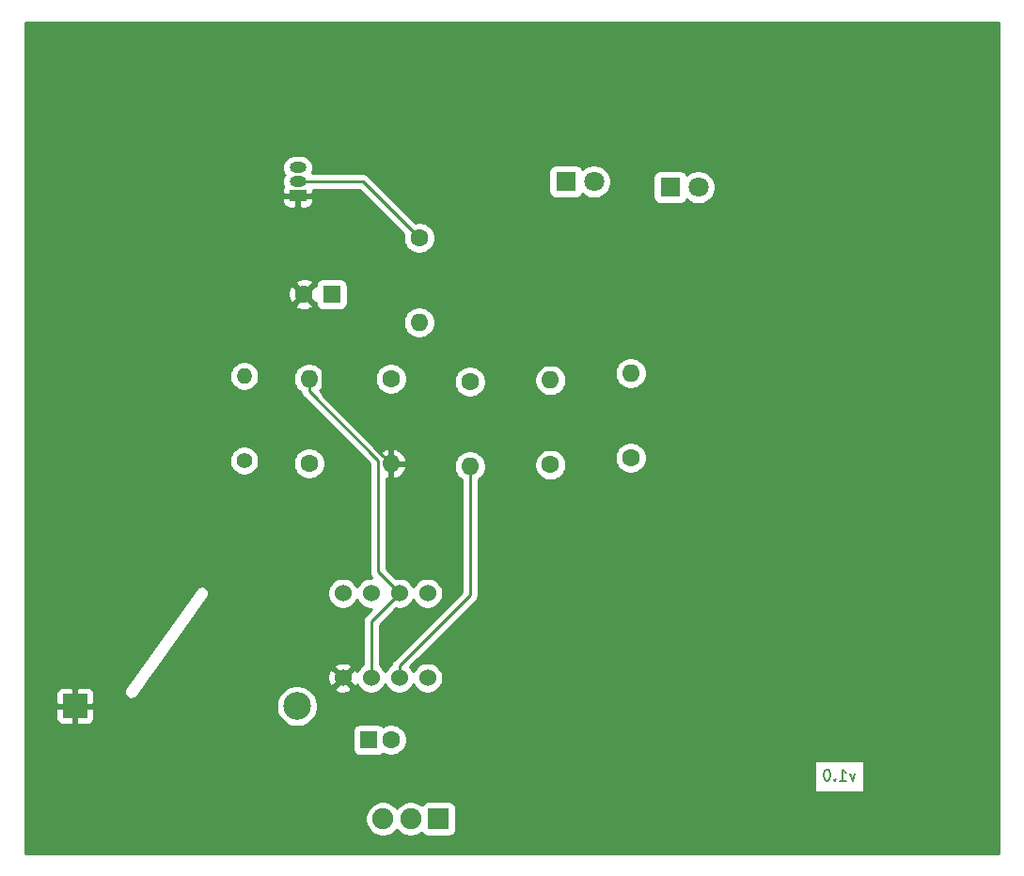
<source format=gbl>
G04 #@! TF.GenerationSoftware,KiCad,Pcbnew,(5.1.5)-3*
G04 #@! TF.CreationDate,2019-12-18T19:33:25+05:30*
G04 #@! TF.ProjectId,555_Badge,3535355f-4261-4646-9765-2e6b69636164,v01*
G04 #@! TF.SameCoordinates,Original*
G04 #@! TF.FileFunction,Copper,L2,Bot*
G04 #@! TF.FilePolarity,Positive*
%FSLAX46Y46*%
G04 Gerber Fmt 4.6, Leading zero omitted, Abs format (unit mm)*
G04 Created by KiCad (PCBNEW (5.1.5)-3) date 2019-12-18 19:33:25*
%MOMM*%
%LPD*%
G04 APERTURE LIST*
%ADD10C,0.150000*%
%ADD11R,2.170000X2.170000*%
%ADD12C,2.500000*%
%ADD13R,1.600000X1.600000*%
%ADD14C,1.600000*%
%ADD15R,1.800000X1.800000*%
%ADD16C,1.800000*%
%ADD17R,1.500000X1.000000*%
%ADD18O,1.500000X1.000000*%
%ADD19C,1.400000*%
%ADD20O,1.400000X1.400000*%
%ADD21O,1.600000X1.600000*%
%ADD22R,1.900000X1.900000*%
%ADD23C,1.900000*%
%ADD24C,1.524000*%
%ADD25C,0.250000*%
%ADD26C,0.254000*%
G04 APERTURE END LIST*
D10*
X113428571Y-131785714D02*
X113190476Y-132452380D01*
X112952380Y-131785714D01*
X112047619Y-132452380D02*
X112619047Y-132452380D01*
X112333333Y-132452380D02*
X112333333Y-131452380D01*
X112428571Y-131595238D01*
X112523809Y-131690476D01*
X112619047Y-131738095D01*
X111619047Y-132357142D02*
X111571428Y-132404761D01*
X111619047Y-132452380D01*
X111666666Y-132404761D01*
X111619047Y-132357142D01*
X111619047Y-132452380D01*
X110952380Y-131452380D02*
X110857142Y-131452380D01*
X110761904Y-131500000D01*
X110714285Y-131547619D01*
X110666666Y-131642857D01*
X110619047Y-131833333D01*
X110619047Y-132071428D01*
X110666666Y-132261904D01*
X110714285Y-132357142D01*
X110761904Y-132404761D01*
X110857142Y-132452380D01*
X110952380Y-132452380D01*
X111047619Y-132404761D01*
X111095238Y-132357142D01*
X111142857Y-132261904D01*
X111190476Y-132071428D01*
X111190476Y-131833333D01*
X111142857Y-131642857D01*
X111095238Y-131547619D01*
X111047619Y-131500000D01*
X110952380Y-131452380D01*
D11*
X43180000Y-125730000D03*
D12*
X63180000Y-125730000D03*
D13*
X69628000Y-128778000D03*
D14*
X71628000Y-128778000D03*
X63794000Y-88646000D03*
D13*
X66294000Y-88646000D03*
D15*
X96774000Y-78994000D03*
D16*
X99314000Y-78994000D03*
D15*
X87376000Y-78486000D03*
D16*
X89916000Y-78486000D03*
D17*
X63246000Y-79756000D03*
D18*
X63246000Y-77216000D03*
X63246000Y-78486000D03*
D19*
X58420000Y-103632000D03*
D20*
X58420000Y-96012000D03*
D14*
X64262000Y-103886000D03*
D21*
X64262000Y-96266000D03*
X71628000Y-103886000D03*
D14*
X71628000Y-96266000D03*
X78740000Y-96520000D03*
D21*
X78740000Y-104140000D03*
D14*
X74168000Y-83566000D03*
D21*
X74168000Y-91186000D03*
X93218000Y-95758000D03*
D14*
X93218000Y-103378000D03*
D21*
X86000000Y-96380000D03*
D14*
X86000000Y-104000000D03*
D22*
X75906000Y-135890000D03*
D23*
X73406000Y-135890000D03*
X70906000Y-135890000D03*
D24*
X67310000Y-123190000D03*
X69850000Y-123190000D03*
X72390000Y-123190000D03*
X74930000Y-123190000D03*
X74930000Y-115570000D03*
X72390000Y-115570000D03*
X69850000Y-115570000D03*
X67310000Y-115570000D03*
D25*
X70828001Y-103086001D02*
X71628000Y-103886000D01*
X65437001Y-97695001D02*
X70828001Y-103086001D01*
X65437001Y-90289001D02*
X65437001Y-97695001D01*
X63794000Y-88646000D02*
X65437001Y-90289001D01*
X71628001Y-114808001D02*
X72390000Y-115570000D01*
X70452999Y-113632999D02*
X71628001Y-114808001D01*
X70452999Y-103588369D02*
X70452999Y-113632999D01*
X64262000Y-97397370D02*
X70452999Y-103588369D01*
X64262000Y-96266000D02*
X64262000Y-97397370D01*
X69850000Y-118110000D02*
X72390000Y-115570000D01*
X69850000Y-123190000D02*
X69850000Y-118110000D01*
X69088000Y-78486000D02*
X74168000Y-83566000D01*
X63246000Y-78486000D02*
X69088000Y-78486000D01*
X78740000Y-115762370D02*
X78740000Y-105271370D01*
X72390000Y-122112370D02*
X78740000Y-115762370D01*
X78740000Y-105271370D02*
X78740000Y-104140000D01*
X72390000Y-123190000D02*
X72390000Y-122112370D01*
D26*
G36*
X126340001Y-139040000D02*
G01*
X38760000Y-139040000D01*
X38760000Y-135733891D01*
X69321000Y-135733891D01*
X69321000Y-136046109D01*
X69381911Y-136352327D01*
X69501391Y-136640779D01*
X69674850Y-136900379D01*
X69895621Y-137121150D01*
X70155221Y-137294609D01*
X70443673Y-137414089D01*
X70749891Y-137475000D01*
X71062109Y-137475000D01*
X71368327Y-137414089D01*
X71656779Y-137294609D01*
X71916379Y-137121150D01*
X72137150Y-136900379D01*
X72156000Y-136872168D01*
X72174850Y-136900379D01*
X72395621Y-137121150D01*
X72655221Y-137294609D01*
X72943673Y-137414089D01*
X73249891Y-137475000D01*
X73562109Y-137475000D01*
X73868327Y-137414089D01*
X74156779Y-137294609D01*
X74394186Y-137135979D01*
X74425463Y-137194494D01*
X74504815Y-137291185D01*
X74601506Y-137370537D01*
X74711820Y-137429502D01*
X74831518Y-137465812D01*
X74956000Y-137478072D01*
X76856000Y-137478072D01*
X76980482Y-137465812D01*
X77100180Y-137429502D01*
X77210494Y-137370537D01*
X77307185Y-137291185D01*
X77386537Y-137194494D01*
X77445502Y-137084180D01*
X77481812Y-136964482D01*
X77494072Y-136840000D01*
X77494072Y-134940000D01*
X77481812Y-134815518D01*
X77445502Y-134695820D01*
X77386537Y-134585506D01*
X77307185Y-134488815D01*
X77210494Y-134409463D01*
X77100180Y-134350498D01*
X76980482Y-134314188D01*
X76856000Y-134301928D01*
X74956000Y-134301928D01*
X74831518Y-134314188D01*
X74711820Y-134350498D01*
X74601506Y-134409463D01*
X74504815Y-134488815D01*
X74425463Y-134585506D01*
X74394186Y-134644021D01*
X74156779Y-134485391D01*
X73868327Y-134365911D01*
X73562109Y-134305000D01*
X73249891Y-134305000D01*
X72943673Y-134365911D01*
X72655221Y-134485391D01*
X72395621Y-134658850D01*
X72174850Y-134879621D01*
X72156000Y-134907832D01*
X72137150Y-134879621D01*
X71916379Y-134658850D01*
X71656779Y-134485391D01*
X71368327Y-134365911D01*
X71062109Y-134305000D01*
X70749891Y-134305000D01*
X70443673Y-134365911D01*
X70155221Y-134485391D01*
X69895621Y-134658850D01*
X69674850Y-134879621D01*
X69501391Y-135139221D01*
X69381911Y-135427673D01*
X69321000Y-135733891D01*
X38760000Y-135733891D01*
X38760000Y-130607500D01*
X109718572Y-130607500D01*
X109718572Y-133527500D01*
X114281429Y-133527500D01*
X114281429Y-130607500D01*
X109718572Y-130607500D01*
X38760000Y-130607500D01*
X38760000Y-127978000D01*
X68189928Y-127978000D01*
X68189928Y-129578000D01*
X68202188Y-129702482D01*
X68238498Y-129822180D01*
X68297463Y-129932494D01*
X68376815Y-130029185D01*
X68473506Y-130108537D01*
X68583820Y-130167502D01*
X68703518Y-130203812D01*
X68828000Y-130216072D01*
X70428000Y-130216072D01*
X70552482Y-130203812D01*
X70672180Y-130167502D01*
X70782494Y-130108537D01*
X70879185Y-130029185D01*
X70892790Y-130012607D01*
X70948273Y-130049680D01*
X71209426Y-130157853D01*
X71486665Y-130213000D01*
X71769335Y-130213000D01*
X72046574Y-130157853D01*
X72307727Y-130049680D01*
X72542759Y-129892637D01*
X72742637Y-129692759D01*
X72899680Y-129457727D01*
X73007853Y-129196574D01*
X73063000Y-128919335D01*
X73063000Y-128636665D01*
X73007853Y-128359426D01*
X72899680Y-128098273D01*
X72742637Y-127863241D01*
X72542759Y-127663363D01*
X72307727Y-127506320D01*
X72046574Y-127398147D01*
X71769335Y-127343000D01*
X71486665Y-127343000D01*
X71209426Y-127398147D01*
X70948273Y-127506320D01*
X70892790Y-127543393D01*
X70879185Y-127526815D01*
X70782494Y-127447463D01*
X70672180Y-127388498D01*
X70552482Y-127352188D01*
X70428000Y-127339928D01*
X68828000Y-127339928D01*
X68703518Y-127352188D01*
X68583820Y-127388498D01*
X68473506Y-127447463D01*
X68376815Y-127526815D01*
X68297463Y-127623506D01*
X68238498Y-127733820D01*
X68202188Y-127853518D01*
X68189928Y-127978000D01*
X38760000Y-127978000D01*
X38760000Y-126815000D01*
X41456928Y-126815000D01*
X41469188Y-126939482D01*
X41505498Y-127059180D01*
X41564463Y-127169494D01*
X41643815Y-127266185D01*
X41740506Y-127345537D01*
X41850820Y-127404502D01*
X41970518Y-127440812D01*
X42095000Y-127453072D01*
X42894250Y-127450000D01*
X43053000Y-127291250D01*
X43053000Y-125857000D01*
X43307000Y-125857000D01*
X43307000Y-127291250D01*
X43465750Y-127450000D01*
X44265000Y-127453072D01*
X44389482Y-127440812D01*
X44509180Y-127404502D01*
X44619494Y-127345537D01*
X44716185Y-127266185D01*
X44795537Y-127169494D01*
X44854502Y-127059180D01*
X44890812Y-126939482D01*
X44903072Y-126815000D01*
X44900000Y-126015750D01*
X44741250Y-125857000D01*
X43307000Y-125857000D01*
X43053000Y-125857000D01*
X41618750Y-125857000D01*
X41460000Y-126015750D01*
X41456928Y-126815000D01*
X38760000Y-126815000D01*
X38760000Y-124645000D01*
X41456928Y-124645000D01*
X41460000Y-125444250D01*
X41618750Y-125603000D01*
X43053000Y-125603000D01*
X43053000Y-124168750D01*
X43307000Y-124168750D01*
X43307000Y-125603000D01*
X44741250Y-125603000D01*
X44799906Y-125544344D01*
X61295000Y-125544344D01*
X61295000Y-125915656D01*
X61367439Y-126279834D01*
X61509534Y-126622882D01*
X61715825Y-126931618D01*
X61978382Y-127194175D01*
X62287118Y-127400466D01*
X62630166Y-127542561D01*
X62994344Y-127615000D01*
X63365656Y-127615000D01*
X63729834Y-127542561D01*
X64072882Y-127400466D01*
X64381618Y-127194175D01*
X64644175Y-126931618D01*
X64850466Y-126622882D01*
X64992561Y-126279834D01*
X65065000Y-125915656D01*
X65065000Y-125544344D01*
X64992561Y-125180166D01*
X64850466Y-124837118D01*
X64644175Y-124528382D01*
X64381618Y-124265825D01*
X64216603Y-124155565D01*
X66524040Y-124155565D01*
X66591020Y-124395656D01*
X66840048Y-124512756D01*
X67107135Y-124579023D01*
X67382017Y-124591910D01*
X67654133Y-124550922D01*
X67913023Y-124457636D01*
X68028980Y-124395656D01*
X68095960Y-124155565D01*
X67310000Y-123369605D01*
X66524040Y-124155565D01*
X64216603Y-124155565D01*
X64072882Y-124059534D01*
X63729834Y-123917439D01*
X63365656Y-123845000D01*
X62994344Y-123845000D01*
X62630166Y-123917439D01*
X62287118Y-124059534D01*
X61978382Y-124265825D01*
X61715825Y-124528382D01*
X61509534Y-124837118D01*
X61367439Y-125180166D01*
X61295000Y-125544344D01*
X44799906Y-125544344D01*
X44900000Y-125444250D01*
X44903072Y-124645000D01*
X44890812Y-124520518D01*
X44866179Y-124439311D01*
X47597130Y-124439311D01*
X47605831Y-124569028D01*
X47639671Y-124694555D01*
X47697350Y-124811068D01*
X47776651Y-124914090D01*
X47874527Y-124999662D01*
X47987217Y-125064495D01*
X48110390Y-125106096D01*
X48239311Y-125122870D01*
X48369028Y-125114169D01*
X48494555Y-125080329D01*
X48611068Y-125022650D01*
X48714090Y-124943349D01*
X48778220Y-124869997D01*
X49926777Y-123262017D01*
X65908090Y-123262017D01*
X65949078Y-123534133D01*
X66042364Y-123793023D01*
X66104344Y-123908980D01*
X66344435Y-123975960D01*
X67130395Y-123190000D01*
X66344435Y-122404040D01*
X66104344Y-122471020D01*
X65987244Y-122720048D01*
X65920977Y-122987135D01*
X65908090Y-123262017D01*
X49926777Y-123262017D01*
X50667907Y-122224435D01*
X66524040Y-122224435D01*
X67310000Y-123010395D01*
X68095960Y-122224435D01*
X68028980Y-121984344D01*
X67779952Y-121867244D01*
X67512865Y-121800977D01*
X67237983Y-121788090D01*
X66965867Y-121829078D01*
X66706977Y-121922364D01*
X66591020Y-121984344D01*
X66524040Y-122224435D01*
X50667907Y-122224435D01*
X55165907Y-115927237D01*
X55214495Y-115842784D01*
X55256096Y-115719611D01*
X55272870Y-115590690D01*
X55264169Y-115460972D01*
X55230329Y-115335445D01*
X55172650Y-115218932D01*
X55093349Y-115115910D01*
X54995473Y-115030338D01*
X54882783Y-114965505D01*
X54759610Y-114923904D01*
X54630689Y-114907130D01*
X54500971Y-114915831D01*
X54375444Y-114949671D01*
X54258931Y-115007350D01*
X54155909Y-115086651D01*
X54091779Y-115160003D01*
X47704093Y-124102764D01*
X47655505Y-124187217D01*
X47613904Y-124310390D01*
X47597130Y-124439311D01*
X44866179Y-124439311D01*
X44854502Y-124400820D01*
X44795537Y-124290506D01*
X44716185Y-124193815D01*
X44619494Y-124114463D01*
X44509180Y-124055498D01*
X44389482Y-124019188D01*
X44265000Y-124006928D01*
X43465750Y-124010000D01*
X43307000Y-124168750D01*
X43053000Y-124168750D01*
X42894250Y-124010000D01*
X42095000Y-124006928D01*
X41970518Y-124019188D01*
X41850820Y-124055498D01*
X41740506Y-124114463D01*
X41643815Y-124193815D01*
X41564463Y-124290506D01*
X41505498Y-124400820D01*
X41469188Y-124520518D01*
X41456928Y-124645000D01*
X38760000Y-124645000D01*
X38760000Y-103500514D01*
X57085000Y-103500514D01*
X57085000Y-103763486D01*
X57136304Y-104021405D01*
X57236939Y-104264359D01*
X57383038Y-104483013D01*
X57568987Y-104668962D01*
X57787641Y-104815061D01*
X58030595Y-104915696D01*
X58288514Y-104967000D01*
X58551486Y-104967000D01*
X58809405Y-104915696D01*
X59052359Y-104815061D01*
X59271013Y-104668962D01*
X59456962Y-104483013D01*
X59603061Y-104264359D01*
X59703696Y-104021405D01*
X59755000Y-103763486D01*
X59755000Y-103744665D01*
X62827000Y-103744665D01*
X62827000Y-104027335D01*
X62882147Y-104304574D01*
X62990320Y-104565727D01*
X63147363Y-104800759D01*
X63347241Y-105000637D01*
X63582273Y-105157680D01*
X63843426Y-105265853D01*
X64120665Y-105321000D01*
X64403335Y-105321000D01*
X64680574Y-105265853D01*
X64941727Y-105157680D01*
X65176759Y-105000637D01*
X65376637Y-104800759D01*
X65533680Y-104565727D01*
X65641853Y-104304574D01*
X65697000Y-104027335D01*
X65697000Y-103744665D01*
X65641853Y-103467426D01*
X65533680Y-103206273D01*
X65376637Y-102971241D01*
X65176759Y-102771363D01*
X64941727Y-102614320D01*
X64680574Y-102506147D01*
X64403335Y-102451000D01*
X64120665Y-102451000D01*
X63843426Y-102506147D01*
X63582273Y-102614320D01*
X63347241Y-102771363D01*
X63147363Y-102971241D01*
X62990320Y-103206273D01*
X62882147Y-103467426D01*
X62827000Y-103744665D01*
X59755000Y-103744665D01*
X59755000Y-103500514D01*
X59703696Y-103242595D01*
X59603061Y-102999641D01*
X59456962Y-102780987D01*
X59271013Y-102595038D01*
X59052359Y-102448939D01*
X58809405Y-102348304D01*
X58551486Y-102297000D01*
X58288514Y-102297000D01*
X58030595Y-102348304D01*
X57787641Y-102448939D01*
X57568987Y-102595038D01*
X57383038Y-102780987D01*
X57236939Y-102999641D01*
X57136304Y-103242595D01*
X57085000Y-103500514D01*
X38760000Y-103500514D01*
X38760000Y-95880514D01*
X57085000Y-95880514D01*
X57085000Y-96143486D01*
X57136304Y-96401405D01*
X57236939Y-96644359D01*
X57383038Y-96863013D01*
X57568987Y-97048962D01*
X57787641Y-97195061D01*
X58030595Y-97295696D01*
X58288514Y-97347000D01*
X58551486Y-97347000D01*
X58809405Y-97295696D01*
X59052359Y-97195061D01*
X59271013Y-97048962D01*
X59456962Y-96863013D01*
X59603061Y-96644359D01*
X59703696Y-96401405D01*
X59755000Y-96143486D01*
X59755000Y-96124665D01*
X62827000Y-96124665D01*
X62827000Y-96407335D01*
X62882147Y-96684574D01*
X62990320Y-96945727D01*
X63147363Y-97180759D01*
X63347241Y-97380637D01*
X63507203Y-97487520D01*
X63512144Y-97537680D01*
X63512998Y-97546355D01*
X63556454Y-97689616D01*
X63627026Y-97821646D01*
X63691210Y-97899853D01*
X63722000Y-97937371D01*
X63750998Y-97961169D01*
X69692999Y-103903171D01*
X69693000Y-113595667D01*
X69689323Y-113632999D01*
X69703997Y-113781984D01*
X69747453Y-113925245D01*
X69818025Y-114057275D01*
X69855104Y-114102455D01*
X69912999Y-114173000D01*
X69712408Y-114173000D01*
X69442510Y-114226686D01*
X69188273Y-114331995D01*
X68959465Y-114484880D01*
X68764880Y-114679465D01*
X68611995Y-114908273D01*
X68580000Y-114985515D01*
X68548005Y-114908273D01*
X68395120Y-114679465D01*
X68200535Y-114484880D01*
X67971727Y-114331995D01*
X67717490Y-114226686D01*
X67447592Y-114173000D01*
X67172408Y-114173000D01*
X66902510Y-114226686D01*
X66648273Y-114331995D01*
X66419465Y-114484880D01*
X66224880Y-114679465D01*
X66071995Y-114908273D01*
X65966686Y-115162510D01*
X65913000Y-115432408D01*
X65913000Y-115707592D01*
X65966686Y-115977490D01*
X66071995Y-116231727D01*
X66224880Y-116460535D01*
X66419465Y-116655120D01*
X66648273Y-116808005D01*
X66902510Y-116913314D01*
X67172408Y-116967000D01*
X67447592Y-116967000D01*
X67717490Y-116913314D01*
X67971727Y-116808005D01*
X68200535Y-116655120D01*
X68395120Y-116460535D01*
X68548005Y-116231727D01*
X68580000Y-116154485D01*
X68611995Y-116231727D01*
X68764880Y-116460535D01*
X68959465Y-116655120D01*
X69188273Y-116808005D01*
X69442510Y-116913314D01*
X69712408Y-116967000D01*
X69918199Y-116967000D01*
X69338998Y-117546201D01*
X69310000Y-117569999D01*
X69286202Y-117598997D01*
X69286201Y-117598998D01*
X69215026Y-117685724D01*
X69144454Y-117817754D01*
X69100998Y-117961015D01*
X69086324Y-118110000D01*
X69090001Y-118147332D01*
X69090000Y-122017659D01*
X68959465Y-122104880D01*
X68764880Y-122299465D01*
X68611995Y-122528273D01*
X68582308Y-122599943D01*
X68577636Y-122586977D01*
X68515656Y-122471020D01*
X68275565Y-122404040D01*
X67489605Y-123190000D01*
X68275565Y-123975960D01*
X68515656Y-123908980D01*
X68579485Y-123773240D01*
X68611995Y-123851727D01*
X68764880Y-124080535D01*
X68959465Y-124275120D01*
X69188273Y-124428005D01*
X69442510Y-124533314D01*
X69712408Y-124587000D01*
X69987592Y-124587000D01*
X70257490Y-124533314D01*
X70511727Y-124428005D01*
X70740535Y-124275120D01*
X70935120Y-124080535D01*
X71088005Y-123851727D01*
X71120000Y-123774485D01*
X71151995Y-123851727D01*
X71304880Y-124080535D01*
X71499465Y-124275120D01*
X71728273Y-124428005D01*
X71982510Y-124533314D01*
X72252408Y-124587000D01*
X72527592Y-124587000D01*
X72797490Y-124533314D01*
X73051727Y-124428005D01*
X73280535Y-124275120D01*
X73475120Y-124080535D01*
X73628005Y-123851727D01*
X73660000Y-123774485D01*
X73691995Y-123851727D01*
X73844880Y-124080535D01*
X74039465Y-124275120D01*
X74268273Y-124428005D01*
X74522510Y-124533314D01*
X74792408Y-124587000D01*
X75067592Y-124587000D01*
X75337490Y-124533314D01*
X75591727Y-124428005D01*
X75820535Y-124275120D01*
X76015120Y-124080535D01*
X76168005Y-123851727D01*
X76273314Y-123597490D01*
X76327000Y-123327592D01*
X76327000Y-123052408D01*
X76273314Y-122782510D01*
X76168005Y-122528273D01*
X76015120Y-122299465D01*
X75820535Y-122104880D01*
X75591727Y-121951995D01*
X75337490Y-121846686D01*
X75067592Y-121793000D01*
X74792408Y-121793000D01*
X74522510Y-121846686D01*
X74268273Y-121951995D01*
X74039465Y-122104880D01*
X73844880Y-122299465D01*
X73691995Y-122528273D01*
X73660000Y-122605515D01*
X73628005Y-122528273D01*
X73475120Y-122299465D01*
X73376413Y-122200758D01*
X79251004Y-116326168D01*
X79280001Y-116302371D01*
X79337977Y-116231727D01*
X79374974Y-116186647D01*
X79445546Y-116054617D01*
X79445546Y-116054616D01*
X79489003Y-115911356D01*
X79500000Y-115799703D01*
X79500000Y-115799694D01*
X79503676Y-115762371D01*
X79500000Y-115725048D01*
X79500000Y-105358043D01*
X79654759Y-105254637D01*
X79854637Y-105054759D01*
X80011680Y-104819727D01*
X80119853Y-104558574D01*
X80175000Y-104281335D01*
X80175000Y-103998665D01*
X80147152Y-103858665D01*
X84565000Y-103858665D01*
X84565000Y-104141335D01*
X84620147Y-104418574D01*
X84728320Y-104679727D01*
X84885363Y-104914759D01*
X85085241Y-105114637D01*
X85320273Y-105271680D01*
X85581426Y-105379853D01*
X85858665Y-105435000D01*
X86141335Y-105435000D01*
X86418574Y-105379853D01*
X86679727Y-105271680D01*
X86914759Y-105114637D01*
X87114637Y-104914759D01*
X87271680Y-104679727D01*
X87379853Y-104418574D01*
X87435000Y-104141335D01*
X87435000Y-103858665D01*
X87379853Y-103581426D01*
X87271680Y-103320273D01*
X87215816Y-103236665D01*
X91783000Y-103236665D01*
X91783000Y-103519335D01*
X91838147Y-103796574D01*
X91946320Y-104057727D01*
X92103363Y-104292759D01*
X92303241Y-104492637D01*
X92538273Y-104649680D01*
X92799426Y-104757853D01*
X93076665Y-104813000D01*
X93359335Y-104813000D01*
X93636574Y-104757853D01*
X93897727Y-104649680D01*
X94132759Y-104492637D01*
X94332637Y-104292759D01*
X94489680Y-104057727D01*
X94597853Y-103796574D01*
X94653000Y-103519335D01*
X94653000Y-103236665D01*
X94597853Y-102959426D01*
X94489680Y-102698273D01*
X94332637Y-102463241D01*
X94132759Y-102263363D01*
X93897727Y-102106320D01*
X93636574Y-101998147D01*
X93359335Y-101943000D01*
X93076665Y-101943000D01*
X92799426Y-101998147D01*
X92538273Y-102106320D01*
X92303241Y-102263363D01*
X92103363Y-102463241D01*
X91946320Y-102698273D01*
X91838147Y-102959426D01*
X91783000Y-103236665D01*
X87215816Y-103236665D01*
X87114637Y-103085241D01*
X86914759Y-102885363D01*
X86679727Y-102728320D01*
X86418574Y-102620147D01*
X86141335Y-102565000D01*
X85858665Y-102565000D01*
X85581426Y-102620147D01*
X85320273Y-102728320D01*
X85085241Y-102885363D01*
X84885363Y-103085241D01*
X84728320Y-103320273D01*
X84620147Y-103581426D01*
X84565000Y-103858665D01*
X80147152Y-103858665D01*
X80119853Y-103721426D01*
X80011680Y-103460273D01*
X79854637Y-103225241D01*
X79654759Y-103025363D01*
X79419727Y-102868320D01*
X79158574Y-102760147D01*
X78881335Y-102705000D01*
X78598665Y-102705000D01*
X78321426Y-102760147D01*
X78060273Y-102868320D01*
X77825241Y-103025363D01*
X77625363Y-103225241D01*
X77468320Y-103460273D01*
X77360147Y-103721426D01*
X77305000Y-103998665D01*
X77305000Y-104281335D01*
X77360147Y-104558574D01*
X77468320Y-104819727D01*
X77625363Y-105054759D01*
X77825241Y-105254637D01*
X77980001Y-105358044D01*
X77980000Y-115447568D01*
X71878998Y-121548571D01*
X71850000Y-121572369D01*
X71826202Y-121601367D01*
X71826201Y-121601368D01*
X71755026Y-121688094D01*
X71684454Y-121820124D01*
X71640998Y-121963385D01*
X71636051Y-122013616D01*
X71499465Y-122104880D01*
X71304880Y-122299465D01*
X71151995Y-122528273D01*
X71120000Y-122605515D01*
X71088005Y-122528273D01*
X70935120Y-122299465D01*
X70740535Y-122104880D01*
X70610000Y-122017659D01*
X70610000Y-118424801D01*
X72098430Y-116936372D01*
X72252408Y-116967000D01*
X72527592Y-116967000D01*
X72797490Y-116913314D01*
X73051727Y-116808005D01*
X73280535Y-116655120D01*
X73475120Y-116460535D01*
X73628005Y-116231727D01*
X73660000Y-116154485D01*
X73691995Y-116231727D01*
X73844880Y-116460535D01*
X74039465Y-116655120D01*
X74268273Y-116808005D01*
X74522510Y-116913314D01*
X74792408Y-116967000D01*
X75067592Y-116967000D01*
X75337490Y-116913314D01*
X75591727Y-116808005D01*
X75820535Y-116655120D01*
X76015120Y-116460535D01*
X76168005Y-116231727D01*
X76273314Y-115977490D01*
X76327000Y-115707592D01*
X76327000Y-115432408D01*
X76273314Y-115162510D01*
X76168005Y-114908273D01*
X76015120Y-114679465D01*
X75820535Y-114484880D01*
X75591727Y-114331995D01*
X75337490Y-114226686D01*
X75067592Y-114173000D01*
X74792408Y-114173000D01*
X74522510Y-114226686D01*
X74268273Y-114331995D01*
X74039465Y-114484880D01*
X73844880Y-114679465D01*
X73691995Y-114908273D01*
X73660000Y-114985515D01*
X73628005Y-114908273D01*
X73475120Y-114679465D01*
X73280535Y-114484880D01*
X73051727Y-114331995D01*
X72797490Y-114226686D01*
X72527592Y-114173000D01*
X72252408Y-114173000D01*
X72098430Y-114203628D01*
X71212999Y-113318198D01*
X71212999Y-105257897D01*
X71278961Y-105277904D01*
X71501000Y-105155915D01*
X71501000Y-104013000D01*
X71755000Y-104013000D01*
X71755000Y-105155915D01*
X71977039Y-105277904D01*
X72111087Y-105237246D01*
X72365420Y-105117037D01*
X72591414Y-104949519D01*
X72780385Y-104741131D01*
X72925070Y-104499881D01*
X73019909Y-104235040D01*
X72898624Y-104013000D01*
X71755000Y-104013000D01*
X71501000Y-104013000D01*
X71481000Y-104013000D01*
X71481000Y-103759000D01*
X71501000Y-103759000D01*
X71501000Y-102616085D01*
X71755000Y-102616085D01*
X71755000Y-103759000D01*
X72898624Y-103759000D01*
X73019909Y-103536960D01*
X72925070Y-103272119D01*
X72780385Y-103030869D01*
X72591414Y-102822481D01*
X72365420Y-102654963D01*
X72111087Y-102534754D01*
X71977039Y-102494096D01*
X71755000Y-102616085D01*
X71501000Y-102616085D01*
X71278961Y-102494096D01*
X71144913Y-102534754D01*
X70890580Y-102654963D01*
X70720481Y-102781049D01*
X65248414Y-97308982D01*
X65376637Y-97180759D01*
X65533680Y-96945727D01*
X65641853Y-96684574D01*
X65697000Y-96407335D01*
X65697000Y-96124665D01*
X70193000Y-96124665D01*
X70193000Y-96407335D01*
X70248147Y-96684574D01*
X70356320Y-96945727D01*
X70513363Y-97180759D01*
X70713241Y-97380637D01*
X70948273Y-97537680D01*
X71209426Y-97645853D01*
X71486665Y-97701000D01*
X71769335Y-97701000D01*
X72046574Y-97645853D01*
X72307727Y-97537680D01*
X72542759Y-97380637D01*
X72742637Y-97180759D01*
X72899680Y-96945727D01*
X73007853Y-96684574D01*
X73063000Y-96407335D01*
X73063000Y-96378665D01*
X77305000Y-96378665D01*
X77305000Y-96661335D01*
X77360147Y-96938574D01*
X77468320Y-97199727D01*
X77625363Y-97434759D01*
X77825241Y-97634637D01*
X78060273Y-97791680D01*
X78321426Y-97899853D01*
X78598665Y-97955000D01*
X78881335Y-97955000D01*
X79158574Y-97899853D01*
X79419727Y-97791680D01*
X79654759Y-97634637D01*
X79854637Y-97434759D01*
X80011680Y-97199727D01*
X80119853Y-96938574D01*
X80175000Y-96661335D01*
X80175000Y-96378665D01*
X80147152Y-96238665D01*
X84565000Y-96238665D01*
X84565000Y-96521335D01*
X84620147Y-96798574D01*
X84728320Y-97059727D01*
X84885363Y-97294759D01*
X85085241Y-97494637D01*
X85320273Y-97651680D01*
X85581426Y-97759853D01*
X85858665Y-97815000D01*
X86141335Y-97815000D01*
X86418574Y-97759853D01*
X86679727Y-97651680D01*
X86914759Y-97494637D01*
X87114637Y-97294759D01*
X87271680Y-97059727D01*
X87379853Y-96798574D01*
X87435000Y-96521335D01*
X87435000Y-96238665D01*
X87379853Y-95961426D01*
X87271680Y-95700273D01*
X87215816Y-95616665D01*
X91783000Y-95616665D01*
X91783000Y-95899335D01*
X91838147Y-96176574D01*
X91946320Y-96437727D01*
X92103363Y-96672759D01*
X92303241Y-96872637D01*
X92538273Y-97029680D01*
X92799426Y-97137853D01*
X93076665Y-97193000D01*
X93359335Y-97193000D01*
X93636574Y-97137853D01*
X93897727Y-97029680D01*
X94132759Y-96872637D01*
X94332637Y-96672759D01*
X94489680Y-96437727D01*
X94597853Y-96176574D01*
X94653000Y-95899335D01*
X94653000Y-95616665D01*
X94597853Y-95339426D01*
X94489680Y-95078273D01*
X94332637Y-94843241D01*
X94132759Y-94643363D01*
X93897727Y-94486320D01*
X93636574Y-94378147D01*
X93359335Y-94323000D01*
X93076665Y-94323000D01*
X92799426Y-94378147D01*
X92538273Y-94486320D01*
X92303241Y-94643363D01*
X92103363Y-94843241D01*
X91946320Y-95078273D01*
X91838147Y-95339426D01*
X91783000Y-95616665D01*
X87215816Y-95616665D01*
X87114637Y-95465241D01*
X86914759Y-95265363D01*
X86679727Y-95108320D01*
X86418574Y-95000147D01*
X86141335Y-94945000D01*
X85858665Y-94945000D01*
X85581426Y-95000147D01*
X85320273Y-95108320D01*
X85085241Y-95265363D01*
X84885363Y-95465241D01*
X84728320Y-95700273D01*
X84620147Y-95961426D01*
X84565000Y-96238665D01*
X80147152Y-96238665D01*
X80119853Y-96101426D01*
X80011680Y-95840273D01*
X79854637Y-95605241D01*
X79654759Y-95405363D01*
X79419727Y-95248320D01*
X79158574Y-95140147D01*
X78881335Y-95085000D01*
X78598665Y-95085000D01*
X78321426Y-95140147D01*
X78060273Y-95248320D01*
X77825241Y-95405363D01*
X77625363Y-95605241D01*
X77468320Y-95840273D01*
X77360147Y-96101426D01*
X77305000Y-96378665D01*
X73063000Y-96378665D01*
X73063000Y-96124665D01*
X73007853Y-95847426D01*
X72899680Y-95586273D01*
X72742637Y-95351241D01*
X72542759Y-95151363D01*
X72307727Y-94994320D01*
X72046574Y-94886147D01*
X71769335Y-94831000D01*
X71486665Y-94831000D01*
X71209426Y-94886147D01*
X70948273Y-94994320D01*
X70713241Y-95151363D01*
X70513363Y-95351241D01*
X70356320Y-95586273D01*
X70248147Y-95847426D01*
X70193000Y-96124665D01*
X65697000Y-96124665D01*
X65641853Y-95847426D01*
X65533680Y-95586273D01*
X65376637Y-95351241D01*
X65176759Y-95151363D01*
X64941727Y-94994320D01*
X64680574Y-94886147D01*
X64403335Y-94831000D01*
X64120665Y-94831000D01*
X63843426Y-94886147D01*
X63582273Y-94994320D01*
X63347241Y-95151363D01*
X63147363Y-95351241D01*
X62990320Y-95586273D01*
X62882147Y-95847426D01*
X62827000Y-96124665D01*
X59755000Y-96124665D01*
X59755000Y-95880514D01*
X59703696Y-95622595D01*
X59603061Y-95379641D01*
X59456962Y-95160987D01*
X59271013Y-94975038D01*
X59052359Y-94828939D01*
X58809405Y-94728304D01*
X58551486Y-94677000D01*
X58288514Y-94677000D01*
X58030595Y-94728304D01*
X57787641Y-94828939D01*
X57568987Y-94975038D01*
X57383038Y-95160987D01*
X57236939Y-95379641D01*
X57136304Y-95622595D01*
X57085000Y-95880514D01*
X38760000Y-95880514D01*
X38760000Y-91044665D01*
X72733000Y-91044665D01*
X72733000Y-91327335D01*
X72788147Y-91604574D01*
X72896320Y-91865727D01*
X73053363Y-92100759D01*
X73253241Y-92300637D01*
X73488273Y-92457680D01*
X73749426Y-92565853D01*
X74026665Y-92621000D01*
X74309335Y-92621000D01*
X74586574Y-92565853D01*
X74847727Y-92457680D01*
X75082759Y-92300637D01*
X75282637Y-92100759D01*
X75439680Y-91865727D01*
X75547853Y-91604574D01*
X75603000Y-91327335D01*
X75603000Y-91044665D01*
X75547853Y-90767426D01*
X75439680Y-90506273D01*
X75282637Y-90271241D01*
X75082759Y-90071363D01*
X74847727Y-89914320D01*
X74586574Y-89806147D01*
X74309335Y-89751000D01*
X74026665Y-89751000D01*
X73749426Y-89806147D01*
X73488273Y-89914320D01*
X73253241Y-90071363D01*
X73053363Y-90271241D01*
X72896320Y-90506273D01*
X72788147Y-90767426D01*
X72733000Y-91044665D01*
X38760000Y-91044665D01*
X38760000Y-89638702D01*
X62980903Y-89638702D01*
X63052486Y-89882671D01*
X63307996Y-90003571D01*
X63582184Y-90072300D01*
X63864512Y-90086217D01*
X64144130Y-90044787D01*
X64410292Y-89949603D01*
X64535514Y-89882671D01*
X64607097Y-89638702D01*
X63794000Y-88825605D01*
X62980903Y-89638702D01*
X38760000Y-89638702D01*
X38760000Y-88716512D01*
X62353783Y-88716512D01*
X62395213Y-88996130D01*
X62490397Y-89262292D01*
X62557329Y-89387514D01*
X62801298Y-89459097D01*
X63614395Y-88646000D01*
X63973605Y-88646000D01*
X64786702Y-89459097D01*
X64855928Y-89438785D01*
X64855928Y-89446000D01*
X64868188Y-89570482D01*
X64904498Y-89690180D01*
X64963463Y-89800494D01*
X65042815Y-89897185D01*
X65139506Y-89976537D01*
X65249820Y-90035502D01*
X65369518Y-90071812D01*
X65494000Y-90084072D01*
X67094000Y-90084072D01*
X67218482Y-90071812D01*
X67338180Y-90035502D01*
X67448494Y-89976537D01*
X67545185Y-89897185D01*
X67624537Y-89800494D01*
X67683502Y-89690180D01*
X67719812Y-89570482D01*
X67732072Y-89446000D01*
X67732072Y-87846000D01*
X67719812Y-87721518D01*
X67683502Y-87601820D01*
X67624537Y-87491506D01*
X67545185Y-87394815D01*
X67448494Y-87315463D01*
X67338180Y-87256498D01*
X67218482Y-87220188D01*
X67094000Y-87207928D01*
X65494000Y-87207928D01*
X65369518Y-87220188D01*
X65249820Y-87256498D01*
X65139506Y-87315463D01*
X65042815Y-87394815D01*
X64963463Y-87491506D01*
X64904498Y-87601820D01*
X64868188Y-87721518D01*
X64855928Y-87846000D01*
X64855928Y-87853215D01*
X64786702Y-87832903D01*
X63973605Y-88646000D01*
X63614395Y-88646000D01*
X62801298Y-87832903D01*
X62557329Y-87904486D01*
X62436429Y-88159996D01*
X62367700Y-88434184D01*
X62353783Y-88716512D01*
X38760000Y-88716512D01*
X38760000Y-87653298D01*
X62980903Y-87653298D01*
X63794000Y-88466395D01*
X64607097Y-87653298D01*
X64535514Y-87409329D01*
X64280004Y-87288429D01*
X64005816Y-87219700D01*
X63723488Y-87205783D01*
X63443870Y-87247213D01*
X63177708Y-87342397D01*
X63052486Y-87409329D01*
X62980903Y-87653298D01*
X38760000Y-87653298D01*
X38760000Y-80256000D01*
X61857928Y-80256000D01*
X61870188Y-80380482D01*
X61906498Y-80500180D01*
X61965463Y-80610494D01*
X62044815Y-80707185D01*
X62141506Y-80786537D01*
X62251820Y-80845502D01*
X62371518Y-80881812D01*
X62496000Y-80894072D01*
X62960250Y-80891000D01*
X63119000Y-80732250D01*
X63119000Y-79883000D01*
X63373000Y-79883000D01*
X63373000Y-80732250D01*
X63531750Y-80891000D01*
X63996000Y-80894072D01*
X64120482Y-80881812D01*
X64240180Y-80845502D01*
X64350494Y-80786537D01*
X64447185Y-80707185D01*
X64526537Y-80610494D01*
X64585502Y-80500180D01*
X64621812Y-80380482D01*
X64634072Y-80256000D01*
X64631000Y-80041750D01*
X64472250Y-79883000D01*
X63373000Y-79883000D01*
X63119000Y-79883000D01*
X62019750Y-79883000D01*
X61861000Y-80041750D01*
X61857928Y-80256000D01*
X38760000Y-80256000D01*
X38760000Y-77216000D01*
X61855509Y-77216000D01*
X61877423Y-77438499D01*
X61942324Y-77652447D01*
X62047716Y-77849623D01*
X62048846Y-77851000D01*
X62047716Y-77852377D01*
X61942324Y-78049553D01*
X61877423Y-78263501D01*
X61855509Y-78486000D01*
X61877423Y-78708499D01*
X61942324Y-78922447D01*
X61948297Y-78933621D01*
X61906498Y-79011820D01*
X61870188Y-79131518D01*
X61857928Y-79256000D01*
X61861000Y-79470250D01*
X62019750Y-79629000D01*
X63119000Y-79629000D01*
X63119000Y-79621000D01*
X63373000Y-79621000D01*
X63373000Y-79629000D01*
X64472250Y-79629000D01*
X64631000Y-79470250D01*
X64634072Y-79256000D01*
X64633087Y-79246000D01*
X68773199Y-79246000D01*
X72769312Y-83242114D01*
X72733000Y-83424665D01*
X72733000Y-83707335D01*
X72788147Y-83984574D01*
X72896320Y-84245727D01*
X73053363Y-84480759D01*
X73253241Y-84680637D01*
X73488273Y-84837680D01*
X73749426Y-84945853D01*
X74026665Y-85001000D01*
X74309335Y-85001000D01*
X74586574Y-84945853D01*
X74847727Y-84837680D01*
X75082759Y-84680637D01*
X75282637Y-84480759D01*
X75439680Y-84245727D01*
X75547853Y-83984574D01*
X75603000Y-83707335D01*
X75603000Y-83424665D01*
X75547853Y-83147426D01*
X75439680Y-82886273D01*
X75282637Y-82651241D01*
X75082759Y-82451363D01*
X74847727Y-82294320D01*
X74586574Y-82186147D01*
X74309335Y-82131000D01*
X74026665Y-82131000D01*
X73844114Y-82167312D01*
X69651804Y-77975003D01*
X69628001Y-77945999D01*
X69512276Y-77851026D01*
X69380247Y-77780454D01*
X69236986Y-77736997D01*
X69125333Y-77726000D01*
X69125322Y-77726000D01*
X69088000Y-77722324D01*
X69050678Y-77726000D01*
X64510361Y-77726000D01*
X64549676Y-77652447D01*
X64569832Y-77586000D01*
X85837928Y-77586000D01*
X85837928Y-79386000D01*
X85850188Y-79510482D01*
X85886498Y-79630180D01*
X85945463Y-79740494D01*
X86024815Y-79837185D01*
X86121506Y-79916537D01*
X86231820Y-79975502D01*
X86351518Y-80011812D01*
X86476000Y-80024072D01*
X88276000Y-80024072D01*
X88400482Y-80011812D01*
X88520180Y-79975502D01*
X88630494Y-79916537D01*
X88727185Y-79837185D01*
X88806537Y-79740494D01*
X88865502Y-79630180D01*
X88871056Y-79611873D01*
X88937495Y-79678312D01*
X89188905Y-79846299D01*
X89468257Y-79962011D01*
X89764816Y-80021000D01*
X90067184Y-80021000D01*
X90363743Y-79962011D01*
X90643095Y-79846299D01*
X90894505Y-79678312D01*
X91108312Y-79464505D01*
X91276299Y-79213095D01*
X91392011Y-78933743D01*
X91451000Y-78637184D01*
X91451000Y-78334816D01*
X91403099Y-78094000D01*
X95235928Y-78094000D01*
X95235928Y-79894000D01*
X95248188Y-80018482D01*
X95284498Y-80138180D01*
X95343463Y-80248494D01*
X95422815Y-80345185D01*
X95519506Y-80424537D01*
X95629820Y-80483502D01*
X95749518Y-80519812D01*
X95874000Y-80532072D01*
X97674000Y-80532072D01*
X97798482Y-80519812D01*
X97918180Y-80483502D01*
X98028494Y-80424537D01*
X98125185Y-80345185D01*
X98204537Y-80248494D01*
X98263502Y-80138180D01*
X98269056Y-80119873D01*
X98335495Y-80186312D01*
X98586905Y-80354299D01*
X98866257Y-80470011D01*
X99162816Y-80529000D01*
X99465184Y-80529000D01*
X99761743Y-80470011D01*
X100041095Y-80354299D01*
X100292505Y-80186312D01*
X100506312Y-79972505D01*
X100674299Y-79721095D01*
X100790011Y-79441743D01*
X100849000Y-79145184D01*
X100849000Y-78842816D01*
X100790011Y-78546257D01*
X100674299Y-78266905D01*
X100506312Y-78015495D01*
X100292505Y-77801688D01*
X100041095Y-77633701D01*
X99761743Y-77517989D01*
X99465184Y-77459000D01*
X99162816Y-77459000D01*
X98866257Y-77517989D01*
X98586905Y-77633701D01*
X98335495Y-77801688D01*
X98269056Y-77868127D01*
X98263502Y-77849820D01*
X98204537Y-77739506D01*
X98125185Y-77642815D01*
X98028494Y-77563463D01*
X97918180Y-77504498D01*
X97798482Y-77468188D01*
X97674000Y-77455928D01*
X95874000Y-77455928D01*
X95749518Y-77468188D01*
X95629820Y-77504498D01*
X95519506Y-77563463D01*
X95422815Y-77642815D01*
X95343463Y-77739506D01*
X95284498Y-77849820D01*
X95248188Y-77969518D01*
X95235928Y-78094000D01*
X91403099Y-78094000D01*
X91392011Y-78038257D01*
X91276299Y-77758905D01*
X91108312Y-77507495D01*
X90894505Y-77293688D01*
X90643095Y-77125701D01*
X90363743Y-77009989D01*
X90067184Y-76951000D01*
X89764816Y-76951000D01*
X89468257Y-77009989D01*
X89188905Y-77125701D01*
X88937495Y-77293688D01*
X88871056Y-77360127D01*
X88865502Y-77341820D01*
X88806537Y-77231506D01*
X88727185Y-77134815D01*
X88630494Y-77055463D01*
X88520180Y-76996498D01*
X88400482Y-76960188D01*
X88276000Y-76947928D01*
X86476000Y-76947928D01*
X86351518Y-76960188D01*
X86231820Y-76996498D01*
X86121506Y-77055463D01*
X86024815Y-77134815D01*
X85945463Y-77231506D01*
X85886498Y-77341820D01*
X85850188Y-77461518D01*
X85837928Y-77586000D01*
X64569832Y-77586000D01*
X64614577Y-77438499D01*
X64636491Y-77216000D01*
X64614577Y-76993501D01*
X64549676Y-76779553D01*
X64444284Y-76582377D01*
X64302449Y-76409551D01*
X64129623Y-76267716D01*
X63932447Y-76162324D01*
X63718499Y-76097423D01*
X63551752Y-76081000D01*
X62940248Y-76081000D01*
X62773501Y-76097423D01*
X62559553Y-76162324D01*
X62362377Y-76267716D01*
X62189551Y-76409551D01*
X62047716Y-76582377D01*
X61942324Y-76779553D01*
X61877423Y-76993501D01*
X61855509Y-77216000D01*
X38760000Y-77216000D01*
X38760000Y-64160000D01*
X126340000Y-64160000D01*
X126340001Y-139040000D01*
G37*
X126340001Y-139040000D02*
X38760000Y-139040000D01*
X38760000Y-135733891D01*
X69321000Y-135733891D01*
X69321000Y-136046109D01*
X69381911Y-136352327D01*
X69501391Y-136640779D01*
X69674850Y-136900379D01*
X69895621Y-137121150D01*
X70155221Y-137294609D01*
X70443673Y-137414089D01*
X70749891Y-137475000D01*
X71062109Y-137475000D01*
X71368327Y-137414089D01*
X71656779Y-137294609D01*
X71916379Y-137121150D01*
X72137150Y-136900379D01*
X72156000Y-136872168D01*
X72174850Y-136900379D01*
X72395621Y-137121150D01*
X72655221Y-137294609D01*
X72943673Y-137414089D01*
X73249891Y-137475000D01*
X73562109Y-137475000D01*
X73868327Y-137414089D01*
X74156779Y-137294609D01*
X74394186Y-137135979D01*
X74425463Y-137194494D01*
X74504815Y-137291185D01*
X74601506Y-137370537D01*
X74711820Y-137429502D01*
X74831518Y-137465812D01*
X74956000Y-137478072D01*
X76856000Y-137478072D01*
X76980482Y-137465812D01*
X77100180Y-137429502D01*
X77210494Y-137370537D01*
X77307185Y-137291185D01*
X77386537Y-137194494D01*
X77445502Y-137084180D01*
X77481812Y-136964482D01*
X77494072Y-136840000D01*
X77494072Y-134940000D01*
X77481812Y-134815518D01*
X77445502Y-134695820D01*
X77386537Y-134585506D01*
X77307185Y-134488815D01*
X77210494Y-134409463D01*
X77100180Y-134350498D01*
X76980482Y-134314188D01*
X76856000Y-134301928D01*
X74956000Y-134301928D01*
X74831518Y-134314188D01*
X74711820Y-134350498D01*
X74601506Y-134409463D01*
X74504815Y-134488815D01*
X74425463Y-134585506D01*
X74394186Y-134644021D01*
X74156779Y-134485391D01*
X73868327Y-134365911D01*
X73562109Y-134305000D01*
X73249891Y-134305000D01*
X72943673Y-134365911D01*
X72655221Y-134485391D01*
X72395621Y-134658850D01*
X72174850Y-134879621D01*
X72156000Y-134907832D01*
X72137150Y-134879621D01*
X71916379Y-134658850D01*
X71656779Y-134485391D01*
X71368327Y-134365911D01*
X71062109Y-134305000D01*
X70749891Y-134305000D01*
X70443673Y-134365911D01*
X70155221Y-134485391D01*
X69895621Y-134658850D01*
X69674850Y-134879621D01*
X69501391Y-135139221D01*
X69381911Y-135427673D01*
X69321000Y-135733891D01*
X38760000Y-135733891D01*
X38760000Y-130607500D01*
X109718572Y-130607500D01*
X109718572Y-133527500D01*
X114281429Y-133527500D01*
X114281429Y-130607500D01*
X109718572Y-130607500D01*
X38760000Y-130607500D01*
X38760000Y-127978000D01*
X68189928Y-127978000D01*
X68189928Y-129578000D01*
X68202188Y-129702482D01*
X68238498Y-129822180D01*
X68297463Y-129932494D01*
X68376815Y-130029185D01*
X68473506Y-130108537D01*
X68583820Y-130167502D01*
X68703518Y-130203812D01*
X68828000Y-130216072D01*
X70428000Y-130216072D01*
X70552482Y-130203812D01*
X70672180Y-130167502D01*
X70782494Y-130108537D01*
X70879185Y-130029185D01*
X70892790Y-130012607D01*
X70948273Y-130049680D01*
X71209426Y-130157853D01*
X71486665Y-130213000D01*
X71769335Y-130213000D01*
X72046574Y-130157853D01*
X72307727Y-130049680D01*
X72542759Y-129892637D01*
X72742637Y-129692759D01*
X72899680Y-129457727D01*
X73007853Y-129196574D01*
X73063000Y-128919335D01*
X73063000Y-128636665D01*
X73007853Y-128359426D01*
X72899680Y-128098273D01*
X72742637Y-127863241D01*
X72542759Y-127663363D01*
X72307727Y-127506320D01*
X72046574Y-127398147D01*
X71769335Y-127343000D01*
X71486665Y-127343000D01*
X71209426Y-127398147D01*
X70948273Y-127506320D01*
X70892790Y-127543393D01*
X70879185Y-127526815D01*
X70782494Y-127447463D01*
X70672180Y-127388498D01*
X70552482Y-127352188D01*
X70428000Y-127339928D01*
X68828000Y-127339928D01*
X68703518Y-127352188D01*
X68583820Y-127388498D01*
X68473506Y-127447463D01*
X68376815Y-127526815D01*
X68297463Y-127623506D01*
X68238498Y-127733820D01*
X68202188Y-127853518D01*
X68189928Y-127978000D01*
X38760000Y-127978000D01*
X38760000Y-126815000D01*
X41456928Y-126815000D01*
X41469188Y-126939482D01*
X41505498Y-127059180D01*
X41564463Y-127169494D01*
X41643815Y-127266185D01*
X41740506Y-127345537D01*
X41850820Y-127404502D01*
X41970518Y-127440812D01*
X42095000Y-127453072D01*
X42894250Y-127450000D01*
X43053000Y-127291250D01*
X43053000Y-125857000D01*
X43307000Y-125857000D01*
X43307000Y-127291250D01*
X43465750Y-127450000D01*
X44265000Y-127453072D01*
X44389482Y-127440812D01*
X44509180Y-127404502D01*
X44619494Y-127345537D01*
X44716185Y-127266185D01*
X44795537Y-127169494D01*
X44854502Y-127059180D01*
X44890812Y-126939482D01*
X44903072Y-126815000D01*
X44900000Y-126015750D01*
X44741250Y-125857000D01*
X43307000Y-125857000D01*
X43053000Y-125857000D01*
X41618750Y-125857000D01*
X41460000Y-126015750D01*
X41456928Y-126815000D01*
X38760000Y-126815000D01*
X38760000Y-124645000D01*
X41456928Y-124645000D01*
X41460000Y-125444250D01*
X41618750Y-125603000D01*
X43053000Y-125603000D01*
X43053000Y-124168750D01*
X43307000Y-124168750D01*
X43307000Y-125603000D01*
X44741250Y-125603000D01*
X44799906Y-125544344D01*
X61295000Y-125544344D01*
X61295000Y-125915656D01*
X61367439Y-126279834D01*
X61509534Y-126622882D01*
X61715825Y-126931618D01*
X61978382Y-127194175D01*
X62287118Y-127400466D01*
X62630166Y-127542561D01*
X62994344Y-127615000D01*
X63365656Y-127615000D01*
X63729834Y-127542561D01*
X64072882Y-127400466D01*
X64381618Y-127194175D01*
X64644175Y-126931618D01*
X64850466Y-126622882D01*
X64992561Y-126279834D01*
X65065000Y-125915656D01*
X65065000Y-125544344D01*
X64992561Y-125180166D01*
X64850466Y-124837118D01*
X64644175Y-124528382D01*
X64381618Y-124265825D01*
X64216603Y-124155565D01*
X66524040Y-124155565D01*
X66591020Y-124395656D01*
X66840048Y-124512756D01*
X67107135Y-124579023D01*
X67382017Y-124591910D01*
X67654133Y-124550922D01*
X67913023Y-124457636D01*
X68028980Y-124395656D01*
X68095960Y-124155565D01*
X67310000Y-123369605D01*
X66524040Y-124155565D01*
X64216603Y-124155565D01*
X64072882Y-124059534D01*
X63729834Y-123917439D01*
X63365656Y-123845000D01*
X62994344Y-123845000D01*
X62630166Y-123917439D01*
X62287118Y-124059534D01*
X61978382Y-124265825D01*
X61715825Y-124528382D01*
X61509534Y-124837118D01*
X61367439Y-125180166D01*
X61295000Y-125544344D01*
X44799906Y-125544344D01*
X44900000Y-125444250D01*
X44903072Y-124645000D01*
X44890812Y-124520518D01*
X44866179Y-124439311D01*
X47597130Y-124439311D01*
X47605831Y-124569028D01*
X47639671Y-124694555D01*
X47697350Y-124811068D01*
X47776651Y-124914090D01*
X47874527Y-124999662D01*
X47987217Y-125064495D01*
X48110390Y-125106096D01*
X48239311Y-125122870D01*
X48369028Y-125114169D01*
X48494555Y-125080329D01*
X48611068Y-125022650D01*
X48714090Y-124943349D01*
X48778220Y-124869997D01*
X49926777Y-123262017D01*
X65908090Y-123262017D01*
X65949078Y-123534133D01*
X66042364Y-123793023D01*
X66104344Y-123908980D01*
X66344435Y-123975960D01*
X67130395Y-123190000D01*
X66344435Y-122404040D01*
X66104344Y-122471020D01*
X65987244Y-122720048D01*
X65920977Y-122987135D01*
X65908090Y-123262017D01*
X49926777Y-123262017D01*
X50667907Y-122224435D01*
X66524040Y-122224435D01*
X67310000Y-123010395D01*
X68095960Y-122224435D01*
X68028980Y-121984344D01*
X67779952Y-121867244D01*
X67512865Y-121800977D01*
X67237983Y-121788090D01*
X66965867Y-121829078D01*
X66706977Y-121922364D01*
X66591020Y-121984344D01*
X66524040Y-122224435D01*
X50667907Y-122224435D01*
X55165907Y-115927237D01*
X55214495Y-115842784D01*
X55256096Y-115719611D01*
X55272870Y-115590690D01*
X55264169Y-115460972D01*
X55230329Y-115335445D01*
X55172650Y-115218932D01*
X55093349Y-115115910D01*
X54995473Y-115030338D01*
X54882783Y-114965505D01*
X54759610Y-114923904D01*
X54630689Y-114907130D01*
X54500971Y-114915831D01*
X54375444Y-114949671D01*
X54258931Y-115007350D01*
X54155909Y-115086651D01*
X54091779Y-115160003D01*
X47704093Y-124102764D01*
X47655505Y-124187217D01*
X47613904Y-124310390D01*
X47597130Y-124439311D01*
X44866179Y-124439311D01*
X44854502Y-124400820D01*
X44795537Y-124290506D01*
X44716185Y-124193815D01*
X44619494Y-124114463D01*
X44509180Y-124055498D01*
X44389482Y-124019188D01*
X44265000Y-124006928D01*
X43465750Y-124010000D01*
X43307000Y-124168750D01*
X43053000Y-124168750D01*
X42894250Y-124010000D01*
X42095000Y-124006928D01*
X41970518Y-124019188D01*
X41850820Y-124055498D01*
X41740506Y-124114463D01*
X41643815Y-124193815D01*
X41564463Y-124290506D01*
X41505498Y-124400820D01*
X41469188Y-124520518D01*
X41456928Y-124645000D01*
X38760000Y-124645000D01*
X38760000Y-103500514D01*
X57085000Y-103500514D01*
X57085000Y-103763486D01*
X57136304Y-104021405D01*
X57236939Y-104264359D01*
X57383038Y-104483013D01*
X57568987Y-104668962D01*
X57787641Y-104815061D01*
X58030595Y-104915696D01*
X58288514Y-104967000D01*
X58551486Y-104967000D01*
X58809405Y-104915696D01*
X59052359Y-104815061D01*
X59271013Y-104668962D01*
X59456962Y-104483013D01*
X59603061Y-104264359D01*
X59703696Y-104021405D01*
X59755000Y-103763486D01*
X59755000Y-103744665D01*
X62827000Y-103744665D01*
X62827000Y-104027335D01*
X62882147Y-104304574D01*
X62990320Y-104565727D01*
X63147363Y-104800759D01*
X63347241Y-105000637D01*
X63582273Y-105157680D01*
X63843426Y-105265853D01*
X64120665Y-105321000D01*
X64403335Y-105321000D01*
X64680574Y-105265853D01*
X64941727Y-105157680D01*
X65176759Y-105000637D01*
X65376637Y-104800759D01*
X65533680Y-104565727D01*
X65641853Y-104304574D01*
X65697000Y-104027335D01*
X65697000Y-103744665D01*
X65641853Y-103467426D01*
X65533680Y-103206273D01*
X65376637Y-102971241D01*
X65176759Y-102771363D01*
X64941727Y-102614320D01*
X64680574Y-102506147D01*
X64403335Y-102451000D01*
X64120665Y-102451000D01*
X63843426Y-102506147D01*
X63582273Y-102614320D01*
X63347241Y-102771363D01*
X63147363Y-102971241D01*
X62990320Y-103206273D01*
X62882147Y-103467426D01*
X62827000Y-103744665D01*
X59755000Y-103744665D01*
X59755000Y-103500514D01*
X59703696Y-103242595D01*
X59603061Y-102999641D01*
X59456962Y-102780987D01*
X59271013Y-102595038D01*
X59052359Y-102448939D01*
X58809405Y-102348304D01*
X58551486Y-102297000D01*
X58288514Y-102297000D01*
X58030595Y-102348304D01*
X57787641Y-102448939D01*
X57568987Y-102595038D01*
X57383038Y-102780987D01*
X57236939Y-102999641D01*
X57136304Y-103242595D01*
X57085000Y-103500514D01*
X38760000Y-103500514D01*
X38760000Y-95880514D01*
X57085000Y-95880514D01*
X57085000Y-96143486D01*
X57136304Y-96401405D01*
X57236939Y-96644359D01*
X57383038Y-96863013D01*
X57568987Y-97048962D01*
X57787641Y-97195061D01*
X58030595Y-97295696D01*
X58288514Y-97347000D01*
X58551486Y-97347000D01*
X58809405Y-97295696D01*
X59052359Y-97195061D01*
X59271013Y-97048962D01*
X59456962Y-96863013D01*
X59603061Y-96644359D01*
X59703696Y-96401405D01*
X59755000Y-96143486D01*
X59755000Y-96124665D01*
X62827000Y-96124665D01*
X62827000Y-96407335D01*
X62882147Y-96684574D01*
X62990320Y-96945727D01*
X63147363Y-97180759D01*
X63347241Y-97380637D01*
X63507203Y-97487520D01*
X63512144Y-97537680D01*
X63512998Y-97546355D01*
X63556454Y-97689616D01*
X63627026Y-97821646D01*
X63691210Y-97899853D01*
X63722000Y-97937371D01*
X63750998Y-97961169D01*
X69692999Y-103903171D01*
X69693000Y-113595667D01*
X69689323Y-113632999D01*
X69703997Y-113781984D01*
X69747453Y-113925245D01*
X69818025Y-114057275D01*
X69855104Y-114102455D01*
X69912999Y-114173000D01*
X69712408Y-114173000D01*
X69442510Y-114226686D01*
X69188273Y-114331995D01*
X68959465Y-114484880D01*
X68764880Y-114679465D01*
X68611995Y-114908273D01*
X68580000Y-114985515D01*
X68548005Y-114908273D01*
X68395120Y-114679465D01*
X68200535Y-114484880D01*
X67971727Y-114331995D01*
X67717490Y-114226686D01*
X67447592Y-114173000D01*
X67172408Y-114173000D01*
X66902510Y-114226686D01*
X66648273Y-114331995D01*
X66419465Y-114484880D01*
X66224880Y-114679465D01*
X66071995Y-114908273D01*
X65966686Y-115162510D01*
X65913000Y-115432408D01*
X65913000Y-115707592D01*
X65966686Y-115977490D01*
X66071995Y-116231727D01*
X66224880Y-116460535D01*
X66419465Y-116655120D01*
X66648273Y-116808005D01*
X66902510Y-116913314D01*
X67172408Y-116967000D01*
X67447592Y-116967000D01*
X67717490Y-116913314D01*
X67971727Y-116808005D01*
X68200535Y-116655120D01*
X68395120Y-116460535D01*
X68548005Y-116231727D01*
X68580000Y-116154485D01*
X68611995Y-116231727D01*
X68764880Y-116460535D01*
X68959465Y-116655120D01*
X69188273Y-116808005D01*
X69442510Y-116913314D01*
X69712408Y-116967000D01*
X69918199Y-116967000D01*
X69338998Y-117546201D01*
X69310000Y-117569999D01*
X69286202Y-117598997D01*
X69286201Y-117598998D01*
X69215026Y-117685724D01*
X69144454Y-117817754D01*
X69100998Y-117961015D01*
X69086324Y-118110000D01*
X69090001Y-118147332D01*
X69090000Y-122017659D01*
X68959465Y-122104880D01*
X68764880Y-122299465D01*
X68611995Y-122528273D01*
X68582308Y-122599943D01*
X68577636Y-122586977D01*
X68515656Y-122471020D01*
X68275565Y-122404040D01*
X67489605Y-123190000D01*
X68275565Y-123975960D01*
X68515656Y-123908980D01*
X68579485Y-123773240D01*
X68611995Y-123851727D01*
X68764880Y-124080535D01*
X68959465Y-124275120D01*
X69188273Y-124428005D01*
X69442510Y-124533314D01*
X69712408Y-124587000D01*
X69987592Y-124587000D01*
X70257490Y-124533314D01*
X70511727Y-124428005D01*
X70740535Y-124275120D01*
X70935120Y-124080535D01*
X71088005Y-123851727D01*
X71120000Y-123774485D01*
X71151995Y-123851727D01*
X71304880Y-124080535D01*
X71499465Y-124275120D01*
X71728273Y-124428005D01*
X71982510Y-124533314D01*
X72252408Y-124587000D01*
X72527592Y-124587000D01*
X72797490Y-124533314D01*
X73051727Y-124428005D01*
X73280535Y-124275120D01*
X73475120Y-124080535D01*
X73628005Y-123851727D01*
X73660000Y-123774485D01*
X73691995Y-123851727D01*
X73844880Y-124080535D01*
X74039465Y-124275120D01*
X74268273Y-124428005D01*
X74522510Y-124533314D01*
X74792408Y-124587000D01*
X75067592Y-124587000D01*
X75337490Y-124533314D01*
X75591727Y-124428005D01*
X75820535Y-124275120D01*
X76015120Y-124080535D01*
X76168005Y-123851727D01*
X76273314Y-123597490D01*
X76327000Y-123327592D01*
X76327000Y-123052408D01*
X76273314Y-122782510D01*
X76168005Y-122528273D01*
X76015120Y-122299465D01*
X75820535Y-122104880D01*
X75591727Y-121951995D01*
X75337490Y-121846686D01*
X75067592Y-121793000D01*
X74792408Y-121793000D01*
X74522510Y-121846686D01*
X74268273Y-121951995D01*
X74039465Y-122104880D01*
X73844880Y-122299465D01*
X73691995Y-122528273D01*
X73660000Y-122605515D01*
X73628005Y-122528273D01*
X73475120Y-122299465D01*
X73376413Y-122200758D01*
X79251004Y-116326168D01*
X79280001Y-116302371D01*
X79337977Y-116231727D01*
X79374974Y-116186647D01*
X79445546Y-116054617D01*
X79445546Y-116054616D01*
X79489003Y-115911356D01*
X79500000Y-115799703D01*
X79500000Y-115799694D01*
X79503676Y-115762371D01*
X79500000Y-115725048D01*
X79500000Y-105358043D01*
X79654759Y-105254637D01*
X79854637Y-105054759D01*
X80011680Y-104819727D01*
X80119853Y-104558574D01*
X80175000Y-104281335D01*
X80175000Y-103998665D01*
X80147152Y-103858665D01*
X84565000Y-103858665D01*
X84565000Y-104141335D01*
X84620147Y-104418574D01*
X84728320Y-104679727D01*
X84885363Y-104914759D01*
X85085241Y-105114637D01*
X85320273Y-105271680D01*
X85581426Y-105379853D01*
X85858665Y-105435000D01*
X86141335Y-105435000D01*
X86418574Y-105379853D01*
X86679727Y-105271680D01*
X86914759Y-105114637D01*
X87114637Y-104914759D01*
X87271680Y-104679727D01*
X87379853Y-104418574D01*
X87435000Y-104141335D01*
X87435000Y-103858665D01*
X87379853Y-103581426D01*
X87271680Y-103320273D01*
X87215816Y-103236665D01*
X91783000Y-103236665D01*
X91783000Y-103519335D01*
X91838147Y-103796574D01*
X91946320Y-104057727D01*
X92103363Y-104292759D01*
X92303241Y-104492637D01*
X92538273Y-104649680D01*
X92799426Y-104757853D01*
X93076665Y-104813000D01*
X93359335Y-104813000D01*
X93636574Y-104757853D01*
X93897727Y-104649680D01*
X94132759Y-104492637D01*
X94332637Y-104292759D01*
X94489680Y-104057727D01*
X94597853Y-103796574D01*
X94653000Y-103519335D01*
X94653000Y-103236665D01*
X94597853Y-102959426D01*
X94489680Y-102698273D01*
X94332637Y-102463241D01*
X94132759Y-102263363D01*
X93897727Y-102106320D01*
X93636574Y-101998147D01*
X93359335Y-101943000D01*
X93076665Y-101943000D01*
X92799426Y-101998147D01*
X92538273Y-102106320D01*
X92303241Y-102263363D01*
X92103363Y-102463241D01*
X91946320Y-102698273D01*
X91838147Y-102959426D01*
X91783000Y-103236665D01*
X87215816Y-103236665D01*
X87114637Y-103085241D01*
X86914759Y-102885363D01*
X86679727Y-102728320D01*
X86418574Y-102620147D01*
X86141335Y-102565000D01*
X85858665Y-102565000D01*
X85581426Y-102620147D01*
X85320273Y-102728320D01*
X85085241Y-102885363D01*
X84885363Y-103085241D01*
X84728320Y-103320273D01*
X84620147Y-103581426D01*
X84565000Y-103858665D01*
X80147152Y-103858665D01*
X80119853Y-103721426D01*
X80011680Y-103460273D01*
X79854637Y-103225241D01*
X79654759Y-103025363D01*
X79419727Y-102868320D01*
X79158574Y-102760147D01*
X78881335Y-102705000D01*
X78598665Y-102705000D01*
X78321426Y-102760147D01*
X78060273Y-102868320D01*
X77825241Y-103025363D01*
X77625363Y-103225241D01*
X77468320Y-103460273D01*
X77360147Y-103721426D01*
X77305000Y-103998665D01*
X77305000Y-104281335D01*
X77360147Y-104558574D01*
X77468320Y-104819727D01*
X77625363Y-105054759D01*
X77825241Y-105254637D01*
X77980001Y-105358044D01*
X77980000Y-115447568D01*
X71878998Y-121548571D01*
X71850000Y-121572369D01*
X71826202Y-121601367D01*
X71826201Y-121601368D01*
X71755026Y-121688094D01*
X71684454Y-121820124D01*
X71640998Y-121963385D01*
X71636051Y-122013616D01*
X71499465Y-122104880D01*
X71304880Y-122299465D01*
X71151995Y-122528273D01*
X71120000Y-122605515D01*
X71088005Y-122528273D01*
X70935120Y-122299465D01*
X70740535Y-122104880D01*
X70610000Y-122017659D01*
X70610000Y-118424801D01*
X72098430Y-116936372D01*
X72252408Y-116967000D01*
X72527592Y-116967000D01*
X72797490Y-116913314D01*
X73051727Y-116808005D01*
X73280535Y-116655120D01*
X73475120Y-116460535D01*
X73628005Y-116231727D01*
X73660000Y-116154485D01*
X73691995Y-116231727D01*
X73844880Y-116460535D01*
X74039465Y-116655120D01*
X74268273Y-116808005D01*
X74522510Y-116913314D01*
X74792408Y-116967000D01*
X75067592Y-116967000D01*
X75337490Y-116913314D01*
X75591727Y-116808005D01*
X75820535Y-116655120D01*
X76015120Y-116460535D01*
X76168005Y-116231727D01*
X76273314Y-115977490D01*
X76327000Y-115707592D01*
X76327000Y-115432408D01*
X76273314Y-115162510D01*
X76168005Y-114908273D01*
X76015120Y-114679465D01*
X75820535Y-114484880D01*
X75591727Y-114331995D01*
X75337490Y-114226686D01*
X75067592Y-114173000D01*
X74792408Y-114173000D01*
X74522510Y-114226686D01*
X74268273Y-114331995D01*
X74039465Y-114484880D01*
X73844880Y-114679465D01*
X73691995Y-114908273D01*
X73660000Y-114985515D01*
X73628005Y-114908273D01*
X73475120Y-114679465D01*
X73280535Y-114484880D01*
X73051727Y-114331995D01*
X72797490Y-114226686D01*
X72527592Y-114173000D01*
X72252408Y-114173000D01*
X72098430Y-114203628D01*
X71212999Y-113318198D01*
X71212999Y-105257897D01*
X71278961Y-105277904D01*
X71501000Y-105155915D01*
X71501000Y-104013000D01*
X71755000Y-104013000D01*
X71755000Y-105155915D01*
X71977039Y-105277904D01*
X72111087Y-105237246D01*
X72365420Y-105117037D01*
X72591414Y-104949519D01*
X72780385Y-104741131D01*
X72925070Y-104499881D01*
X73019909Y-104235040D01*
X72898624Y-104013000D01*
X71755000Y-104013000D01*
X71501000Y-104013000D01*
X71481000Y-104013000D01*
X71481000Y-103759000D01*
X71501000Y-103759000D01*
X71501000Y-102616085D01*
X71755000Y-102616085D01*
X71755000Y-103759000D01*
X72898624Y-103759000D01*
X73019909Y-103536960D01*
X72925070Y-103272119D01*
X72780385Y-103030869D01*
X72591414Y-102822481D01*
X72365420Y-102654963D01*
X72111087Y-102534754D01*
X71977039Y-102494096D01*
X71755000Y-102616085D01*
X71501000Y-102616085D01*
X71278961Y-102494096D01*
X71144913Y-102534754D01*
X70890580Y-102654963D01*
X70720481Y-102781049D01*
X65248414Y-97308982D01*
X65376637Y-97180759D01*
X65533680Y-96945727D01*
X65641853Y-96684574D01*
X65697000Y-96407335D01*
X65697000Y-96124665D01*
X70193000Y-96124665D01*
X70193000Y-96407335D01*
X70248147Y-96684574D01*
X70356320Y-96945727D01*
X70513363Y-97180759D01*
X70713241Y-97380637D01*
X70948273Y-97537680D01*
X71209426Y-97645853D01*
X71486665Y-97701000D01*
X71769335Y-97701000D01*
X72046574Y-97645853D01*
X72307727Y-97537680D01*
X72542759Y-97380637D01*
X72742637Y-97180759D01*
X72899680Y-96945727D01*
X73007853Y-96684574D01*
X73063000Y-96407335D01*
X73063000Y-96378665D01*
X77305000Y-96378665D01*
X77305000Y-96661335D01*
X77360147Y-96938574D01*
X77468320Y-97199727D01*
X77625363Y-97434759D01*
X77825241Y-97634637D01*
X78060273Y-97791680D01*
X78321426Y-97899853D01*
X78598665Y-97955000D01*
X78881335Y-97955000D01*
X79158574Y-97899853D01*
X79419727Y-97791680D01*
X79654759Y-97634637D01*
X79854637Y-97434759D01*
X80011680Y-97199727D01*
X80119853Y-96938574D01*
X80175000Y-96661335D01*
X80175000Y-96378665D01*
X80147152Y-96238665D01*
X84565000Y-96238665D01*
X84565000Y-96521335D01*
X84620147Y-96798574D01*
X84728320Y-97059727D01*
X84885363Y-97294759D01*
X85085241Y-97494637D01*
X85320273Y-97651680D01*
X85581426Y-97759853D01*
X85858665Y-97815000D01*
X86141335Y-97815000D01*
X86418574Y-97759853D01*
X86679727Y-97651680D01*
X86914759Y-97494637D01*
X87114637Y-97294759D01*
X87271680Y-97059727D01*
X87379853Y-96798574D01*
X87435000Y-96521335D01*
X87435000Y-96238665D01*
X87379853Y-95961426D01*
X87271680Y-95700273D01*
X87215816Y-95616665D01*
X91783000Y-95616665D01*
X91783000Y-95899335D01*
X91838147Y-96176574D01*
X91946320Y-96437727D01*
X92103363Y-96672759D01*
X92303241Y-96872637D01*
X92538273Y-97029680D01*
X92799426Y-97137853D01*
X93076665Y-97193000D01*
X93359335Y-97193000D01*
X93636574Y-97137853D01*
X93897727Y-97029680D01*
X94132759Y-96872637D01*
X94332637Y-96672759D01*
X94489680Y-96437727D01*
X94597853Y-96176574D01*
X94653000Y-95899335D01*
X94653000Y-95616665D01*
X94597853Y-95339426D01*
X94489680Y-95078273D01*
X94332637Y-94843241D01*
X94132759Y-94643363D01*
X93897727Y-94486320D01*
X93636574Y-94378147D01*
X93359335Y-94323000D01*
X93076665Y-94323000D01*
X92799426Y-94378147D01*
X92538273Y-94486320D01*
X92303241Y-94643363D01*
X92103363Y-94843241D01*
X91946320Y-95078273D01*
X91838147Y-95339426D01*
X91783000Y-95616665D01*
X87215816Y-95616665D01*
X87114637Y-95465241D01*
X86914759Y-95265363D01*
X86679727Y-95108320D01*
X86418574Y-95000147D01*
X86141335Y-94945000D01*
X85858665Y-94945000D01*
X85581426Y-95000147D01*
X85320273Y-95108320D01*
X85085241Y-95265363D01*
X84885363Y-95465241D01*
X84728320Y-95700273D01*
X84620147Y-95961426D01*
X84565000Y-96238665D01*
X80147152Y-96238665D01*
X80119853Y-96101426D01*
X80011680Y-95840273D01*
X79854637Y-95605241D01*
X79654759Y-95405363D01*
X79419727Y-95248320D01*
X79158574Y-95140147D01*
X78881335Y-95085000D01*
X78598665Y-95085000D01*
X78321426Y-95140147D01*
X78060273Y-95248320D01*
X77825241Y-95405363D01*
X77625363Y-95605241D01*
X77468320Y-95840273D01*
X77360147Y-96101426D01*
X77305000Y-96378665D01*
X73063000Y-96378665D01*
X73063000Y-96124665D01*
X73007853Y-95847426D01*
X72899680Y-95586273D01*
X72742637Y-95351241D01*
X72542759Y-95151363D01*
X72307727Y-94994320D01*
X72046574Y-94886147D01*
X71769335Y-94831000D01*
X71486665Y-94831000D01*
X71209426Y-94886147D01*
X70948273Y-94994320D01*
X70713241Y-95151363D01*
X70513363Y-95351241D01*
X70356320Y-95586273D01*
X70248147Y-95847426D01*
X70193000Y-96124665D01*
X65697000Y-96124665D01*
X65641853Y-95847426D01*
X65533680Y-95586273D01*
X65376637Y-95351241D01*
X65176759Y-95151363D01*
X64941727Y-94994320D01*
X64680574Y-94886147D01*
X64403335Y-94831000D01*
X64120665Y-94831000D01*
X63843426Y-94886147D01*
X63582273Y-94994320D01*
X63347241Y-95151363D01*
X63147363Y-95351241D01*
X62990320Y-95586273D01*
X62882147Y-95847426D01*
X62827000Y-96124665D01*
X59755000Y-96124665D01*
X59755000Y-95880514D01*
X59703696Y-95622595D01*
X59603061Y-95379641D01*
X59456962Y-95160987D01*
X59271013Y-94975038D01*
X59052359Y-94828939D01*
X58809405Y-94728304D01*
X58551486Y-94677000D01*
X58288514Y-94677000D01*
X58030595Y-94728304D01*
X57787641Y-94828939D01*
X57568987Y-94975038D01*
X57383038Y-95160987D01*
X57236939Y-95379641D01*
X57136304Y-95622595D01*
X57085000Y-95880514D01*
X38760000Y-95880514D01*
X38760000Y-91044665D01*
X72733000Y-91044665D01*
X72733000Y-91327335D01*
X72788147Y-91604574D01*
X72896320Y-91865727D01*
X73053363Y-92100759D01*
X73253241Y-92300637D01*
X73488273Y-92457680D01*
X73749426Y-92565853D01*
X74026665Y-92621000D01*
X74309335Y-92621000D01*
X74586574Y-92565853D01*
X74847727Y-92457680D01*
X75082759Y-92300637D01*
X75282637Y-92100759D01*
X75439680Y-91865727D01*
X75547853Y-91604574D01*
X75603000Y-91327335D01*
X75603000Y-91044665D01*
X75547853Y-90767426D01*
X75439680Y-90506273D01*
X75282637Y-90271241D01*
X75082759Y-90071363D01*
X74847727Y-89914320D01*
X74586574Y-89806147D01*
X74309335Y-89751000D01*
X74026665Y-89751000D01*
X73749426Y-89806147D01*
X73488273Y-89914320D01*
X73253241Y-90071363D01*
X73053363Y-90271241D01*
X72896320Y-90506273D01*
X72788147Y-90767426D01*
X72733000Y-91044665D01*
X38760000Y-91044665D01*
X38760000Y-89638702D01*
X62980903Y-89638702D01*
X63052486Y-89882671D01*
X63307996Y-90003571D01*
X63582184Y-90072300D01*
X63864512Y-90086217D01*
X64144130Y-90044787D01*
X64410292Y-89949603D01*
X64535514Y-89882671D01*
X64607097Y-89638702D01*
X63794000Y-88825605D01*
X62980903Y-89638702D01*
X38760000Y-89638702D01*
X38760000Y-88716512D01*
X62353783Y-88716512D01*
X62395213Y-88996130D01*
X62490397Y-89262292D01*
X62557329Y-89387514D01*
X62801298Y-89459097D01*
X63614395Y-88646000D01*
X63973605Y-88646000D01*
X64786702Y-89459097D01*
X64855928Y-89438785D01*
X64855928Y-89446000D01*
X64868188Y-89570482D01*
X64904498Y-89690180D01*
X64963463Y-89800494D01*
X65042815Y-89897185D01*
X65139506Y-89976537D01*
X65249820Y-90035502D01*
X65369518Y-90071812D01*
X65494000Y-90084072D01*
X67094000Y-90084072D01*
X67218482Y-90071812D01*
X67338180Y-90035502D01*
X67448494Y-89976537D01*
X67545185Y-89897185D01*
X67624537Y-89800494D01*
X67683502Y-89690180D01*
X67719812Y-89570482D01*
X67732072Y-89446000D01*
X67732072Y-87846000D01*
X67719812Y-87721518D01*
X67683502Y-87601820D01*
X67624537Y-87491506D01*
X67545185Y-87394815D01*
X67448494Y-87315463D01*
X67338180Y-87256498D01*
X67218482Y-87220188D01*
X67094000Y-87207928D01*
X65494000Y-87207928D01*
X65369518Y-87220188D01*
X65249820Y-87256498D01*
X65139506Y-87315463D01*
X65042815Y-87394815D01*
X64963463Y-87491506D01*
X64904498Y-87601820D01*
X64868188Y-87721518D01*
X64855928Y-87846000D01*
X64855928Y-87853215D01*
X64786702Y-87832903D01*
X63973605Y-88646000D01*
X63614395Y-88646000D01*
X62801298Y-87832903D01*
X62557329Y-87904486D01*
X62436429Y-88159996D01*
X62367700Y-88434184D01*
X62353783Y-88716512D01*
X38760000Y-88716512D01*
X38760000Y-87653298D01*
X62980903Y-87653298D01*
X63794000Y-88466395D01*
X64607097Y-87653298D01*
X64535514Y-87409329D01*
X64280004Y-87288429D01*
X64005816Y-87219700D01*
X63723488Y-87205783D01*
X63443870Y-87247213D01*
X63177708Y-87342397D01*
X63052486Y-87409329D01*
X62980903Y-87653298D01*
X38760000Y-87653298D01*
X38760000Y-80256000D01*
X61857928Y-80256000D01*
X61870188Y-80380482D01*
X61906498Y-80500180D01*
X61965463Y-80610494D01*
X62044815Y-80707185D01*
X62141506Y-80786537D01*
X62251820Y-80845502D01*
X62371518Y-80881812D01*
X62496000Y-80894072D01*
X62960250Y-80891000D01*
X63119000Y-80732250D01*
X63119000Y-79883000D01*
X63373000Y-79883000D01*
X63373000Y-80732250D01*
X63531750Y-80891000D01*
X63996000Y-80894072D01*
X64120482Y-80881812D01*
X64240180Y-80845502D01*
X64350494Y-80786537D01*
X64447185Y-80707185D01*
X64526537Y-80610494D01*
X64585502Y-80500180D01*
X64621812Y-80380482D01*
X64634072Y-80256000D01*
X64631000Y-80041750D01*
X64472250Y-79883000D01*
X63373000Y-79883000D01*
X63119000Y-79883000D01*
X62019750Y-79883000D01*
X61861000Y-80041750D01*
X61857928Y-80256000D01*
X38760000Y-80256000D01*
X38760000Y-77216000D01*
X61855509Y-77216000D01*
X61877423Y-77438499D01*
X61942324Y-77652447D01*
X62047716Y-77849623D01*
X62048846Y-77851000D01*
X62047716Y-77852377D01*
X61942324Y-78049553D01*
X61877423Y-78263501D01*
X61855509Y-78486000D01*
X61877423Y-78708499D01*
X61942324Y-78922447D01*
X61948297Y-78933621D01*
X61906498Y-79011820D01*
X61870188Y-79131518D01*
X61857928Y-79256000D01*
X61861000Y-79470250D01*
X62019750Y-79629000D01*
X63119000Y-79629000D01*
X63119000Y-79621000D01*
X63373000Y-79621000D01*
X63373000Y-79629000D01*
X64472250Y-79629000D01*
X64631000Y-79470250D01*
X64634072Y-79256000D01*
X64633087Y-79246000D01*
X68773199Y-79246000D01*
X72769312Y-83242114D01*
X72733000Y-83424665D01*
X72733000Y-83707335D01*
X72788147Y-83984574D01*
X72896320Y-84245727D01*
X73053363Y-84480759D01*
X73253241Y-84680637D01*
X73488273Y-84837680D01*
X73749426Y-84945853D01*
X74026665Y-85001000D01*
X74309335Y-85001000D01*
X74586574Y-84945853D01*
X74847727Y-84837680D01*
X75082759Y-84680637D01*
X75282637Y-84480759D01*
X75439680Y-84245727D01*
X75547853Y-83984574D01*
X75603000Y-83707335D01*
X75603000Y-83424665D01*
X75547853Y-83147426D01*
X75439680Y-82886273D01*
X75282637Y-82651241D01*
X75082759Y-82451363D01*
X74847727Y-82294320D01*
X74586574Y-82186147D01*
X74309335Y-82131000D01*
X74026665Y-82131000D01*
X73844114Y-82167312D01*
X69651804Y-77975003D01*
X69628001Y-77945999D01*
X69512276Y-77851026D01*
X69380247Y-77780454D01*
X69236986Y-77736997D01*
X69125333Y-77726000D01*
X69125322Y-77726000D01*
X69088000Y-77722324D01*
X69050678Y-77726000D01*
X64510361Y-77726000D01*
X64549676Y-77652447D01*
X64569832Y-77586000D01*
X85837928Y-77586000D01*
X85837928Y-79386000D01*
X85850188Y-79510482D01*
X85886498Y-79630180D01*
X85945463Y-79740494D01*
X86024815Y-79837185D01*
X86121506Y-79916537D01*
X86231820Y-79975502D01*
X86351518Y-80011812D01*
X86476000Y-80024072D01*
X88276000Y-80024072D01*
X88400482Y-80011812D01*
X88520180Y-79975502D01*
X88630494Y-79916537D01*
X88727185Y-79837185D01*
X88806537Y-79740494D01*
X88865502Y-79630180D01*
X88871056Y-79611873D01*
X88937495Y-79678312D01*
X89188905Y-79846299D01*
X89468257Y-79962011D01*
X89764816Y-80021000D01*
X90067184Y-80021000D01*
X90363743Y-79962011D01*
X90643095Y-79846299D01*
X90894505Y-79678312D01*
X91108312Y-79464505D01*
X91276299Y-79213095D01*
X91392011Y-78933743D01*
X91451000Y-78637184D01*
X91451000Y-78334816D01*
X91403099Y-78094000D01*
X95235928Y-78094000D01*
X95235928Y-79894000D01*
X95248188Y-80018482D01*
X95284498Y-80138180D01*
X95343463Y-80248494D01*
X95422815Y-80345185D01*
X95519506Y-80424537D01*
X95629820Y-80483502D01*
X95749518Y-80519812D01*
X95874000Y-80532072D01*
X97674000Y-80532072D01*
X97798482Y-80519812D01*
X97918180Y-80483502D01*
X98028494Y-80424537D01*
X98125185Y-80345185D01*
X98204537Y-80248494D01*
X98263502Y-80138180D01*
X98269056Y-80119873D01*
X98335495Y-80186312D01*
X98586905Y-80354299D01*
X98866257Y-80470011D01*
X99162816Y-80529000D01*
X99465184Y-80529000D01*
X99761743Y-80470011D01*
X100041095Y-80354299D01*
X100292505Y-80186312D01*
X100506312Y-79972505D01*
X100674299Y-79721095D01*
X100790011Y-79441743D01*
X100849000Y-79145184D01*
X100849000Y-78842816D01*
X100790011Y-78546257D01*
X100674299Y-78266905D01*
X100506312Y-78015495D01*
X100292505Y-77801688D01*
X100041095Y-77633701D01*
X99761743Y-77517989D01*
X99465184Y-77459000D01*
X99162816Y-77459000D01*
X98866257Y-77517989D01*
X98586905Y-77633701D01*
X98335495Y-77801688D01*
X98269056Y-77868127D01*
X98263502Y-77849820D01*
X98204537Y-77739506D01*
X98125185Y-77642815D01*
X98028494Y-77563463D01*
X97918180Y-77504498D01*
X97798482Y-77468188D01*
X97674000Y-77455928D01*
X95874000Y-77455928D01*
X95749518Y-77468188D01*
X95629820Y-77504498D01*
X95519506Y-77563463D01*
X95422815Y-77642815D01*
X95343463Y-77739506D01*
X95284498Y-77849820D01*
X95248188Y-77969518D01*
X95235928Y-78094000D01*
X91403099Y-78094000D01*
X91392011Y-78038257D01*
X91276299Y-77758905D01*
X91108312Y-77507495D01*
X90894505Y-77293688D01*
X90643095Y-77125701D01*
X90363743Y-77009989D01*
X90067184Y-76951000D01*
X89764816Y-76951000D01*
X89468257Y-77009989D01*
X89188905Y-77125701D01*
X88937495Y-77293688D01*
X88871056Y-77360127D01*
X88865502Y-77341820D01*
X88806537Y-77231506D01*
X88727185Y-77134815D01*
X88630494Y-77055463D01*
X88520180Y-76996498D01*
X88400482Y-76960188D01*
X88276000Y-76947928D01*
X86476000Y-76947928D01*
X86351518Y-76960188D01*
X86231820Y-76996498D01*
X86121506Y-77055463D01*
X86024815Y-77134815D01*
X85945463Y-77231506D01*
X85886498Y-77341820D01*
X85850188Y-77461518D01*
X85837928Y-77586000D01*
X64569832Y-77586000D01*
X64614577Y-77438499D01*
X64636491Y-77216000D01*
X64614577Y-76993501D01*
X64549676Y-76779553D01*
X64444284Y-76582377D01*
X64302449Y-76409551D01*
X64129623Y-76267716D01*
X63932447Y-76162324D01*
X63718499Y-76097423D01*
X63551752Y-76081000D01*
X62940248Y-76081000D01*
X62773501Y-76097423D01*
X62559553Y-76162324D01*
X62362377Y-76267716D01*
X62189551Y-76409551D01*
X62047716Y-76582377D01*
X61942324Y-76779553D01*
X61877423Y-76993501D01*
X61855509Y-77216000D01*
X38760000Y-77216000D01*
X38760000Y-64160000D01*
X126340000Y-64160000D01*
X126340001Y-139040000D01*
M02*

</source>
